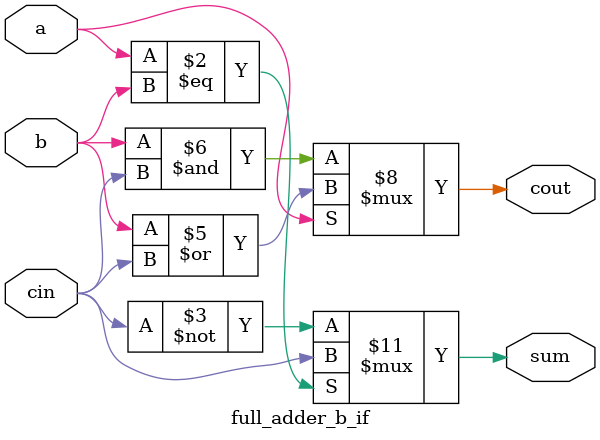
<source format=v>
module full_adder_b_if(
    input a,
    input b,
    input cin,
    output reg sum,
    output reg cout
    );
    
    always @ (a, b, cin) begin
        if(a==b)
            sum = cin;
        else
            sum = ~cin;
        
        if(a==1)
            cout = b | cin;
        else
            cout = b & cin;        
    end
        
endmodule

</source>
